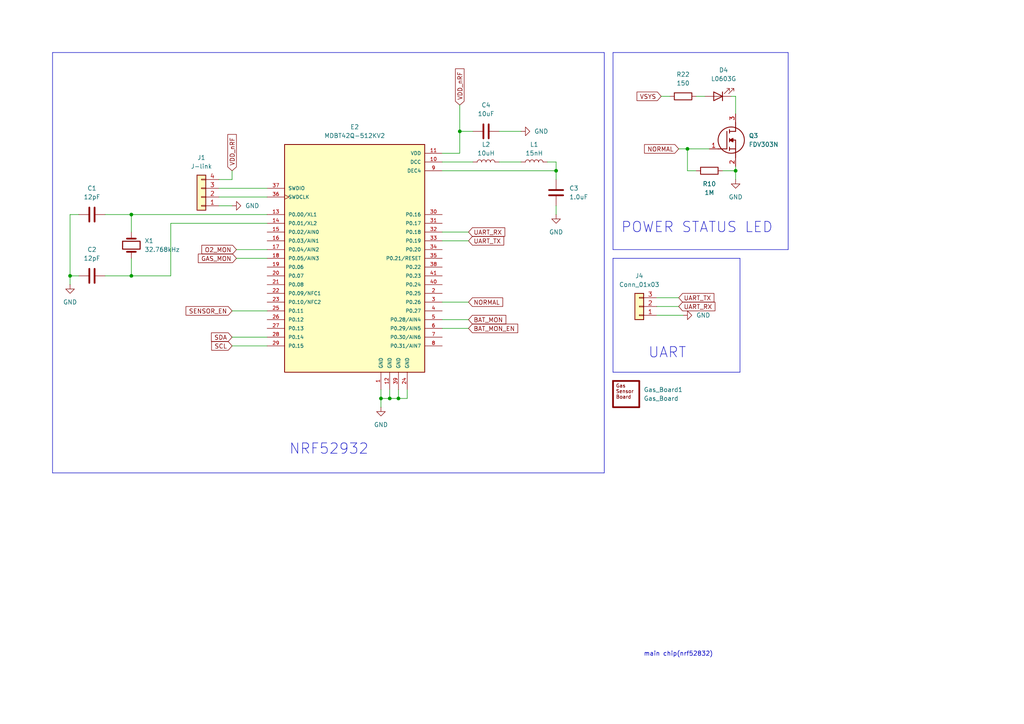
<source format=kicad_sch>
(kicad_sch (version 20231120) (generator "eeschema") (generator_version "8.0")
  (paper "A4")
  (lib_symbols
    (symbol "Connector_Generic:Conn_01x03" (pin_names (offset 1.016) hide)
      (property "Reference" "J" (at 0 5.08 0))
      (property "Value" "Conn_01x03" (at 0 -5.08 0))
      (symbol "Conn_01x03_1_1"
        (rectangle (start -1.27 -2.413) (end 0 -2.667) (stroke (width 0.1524)))
        (rectangle (start -1.27 0.127) (end 0 -0.127) (stroke (width 0.1524)))
        (rectangle (start -1.27 2.667) (end 0 2.413) (stroke (width 0.1524)))
        (rectangle (start -1.27 3.81) (end 1.27 -3.81) (stroke (width 0.254)) (fill (type background)))
        (pin passive line (at -5.08 2.54 0) (length 3.81) (name "Pin_1") (number "1"))
        (pin passive line (at -5.08 0 0) (length 3.81) (name "Pin_2") (number "2"))
        (pin passive line (at -5.08 -2.54 0) (length 3.81) (name "Pin_3") (number "3"))
      )
    )
    (symbol "Connector_Generic:Conn_01x04" (pin_names (offset 1.016) hide)
      (property "Reference" "J" (at 0 5.08 0))
      (property "Value" "Conn_01x04" (at 0 -7.62 0))
      (symbol "Conn_01x04_1_1"
        (rectangle (start -1.27 -4.953) (end 0 -5.207) (stroke (width 0.1524)))
        (rectangle (start -1.27 -2.413) (end 0 -2.667) (stroke (width 0.1524)))
        (rectangle (start -1.27 0.127) (end 0 -0.127) (stroke (width 0.1524)))
        (rectangle (start -1.27 2.667) (end 0 2.413) (stroke (width 0.1524)))
        (rectangle (start -1.27 3.81) (end 1.27 -6.35) (stroke (width 0.254)) (fill (type background)))
        (pin passive line (at -5.08 2.54 0) (length 3.81) (name "Pin_1") (number "1"))
        (pin passive line (at -5.08 0 0) (length 3.81) (name "Pin_2") (number "2"))
        (pin passive line (at -5.08 -2.54 0) (length 3.81) (name "Pin_3") (number "3"))
        (pin passive line (at -5.08 -5.08 0) (length 3.81) (name "Pin_4") (number "4"))
      )
    )
    (symbol "Device:C" (pin_numbers hide) (pin_names (offset 0.254))
      (property "Reference" "C" (at 0.635 2.54 0))
      (property "Value" "C" (at 0.635 -2.54 0))
      (symbol "C_0_1"
        (polyline (pts (xy -2.032 -0.762) (xy 2.032 -0.762)) (stroke (width 0.508)))
        (polyline (pts (xy -2.032 0.762) (xy 2.032 0.762)) (stroke (width 0.508)))
      )
      (symbol "C_1_1"
        (pin passive line (at 0 3.81 270) (length 2.794) (name "~") (number "1"))
        (pin passive line (at 0 -3.81 90) (length 2.794) (name "~") (number "2"))
      )
    )
    (symbol "Device:Crystal" (pin_numbers hide) (pin_names (offset 1.016) hide)
      (property "Reference" "Y" (at 0 3.81 0))
      (property "Value" "Crystal" (at 0 -3.81 0))
      (symbol "Crystal_0_1"
        (rectangle (start -1.143 2.54) (end 1.143 -2.54) (stroke (width 0.3048)))
        (polyline (pts (xy -2.54 0) (xy -1.905 0)))
        (polyline (pts (xy -1.905 -1.27) (xy -1.905 1.27)) (stroke (width 0.508)))
        (polyline (pts (xy 1.905 -1.27) (xy 1.905 1.27)) (stroke (width 0.508)))
        (polyline (pts (xy 2.54 0) (xy 1.905 0)))
      )
      (symbol "Crystal_1_1"
        (pin passive line (at -3.81 0 0) (length 1.27) (name "1") (number "1"))
        (pin passive line (at 3.81 0 180) (length 1.27) (name "2") (number "2"))
      )
    )
    (symbol "Device:L" (pin_numbers hide) (pin_names (offset 1.016) hide)
      (property "Reference" "L" (at -1.27 0 90))
      (property "Value" "L" (at 1.905 0 90))
      (symbol "L_0_1"
        (arc (start 0 -2.54) (mid 0.6323 -1.905) (end 0 -1.27))
        (arc (start 0 -1.27) (mid 0.6323 -0.635) (end 0 0))
        (arc (start 0 0) (mid 0.6323 0.635) (end 0 1.27))
        (arc (start 0 1.27) (mid 0.6323 1.905) (end 0 2.54))
      )
      (symbol "L_1_1"
        (pin passive line (at 0 3.81 270) (length 1.27) (name "1") (number "1"))
        (pin passive line (at 0 -3.81 90) (length 1.27) (name "2") (number "2"))
      )
    )
    (symbol "Device:LED" (pin_numbers hide) (pin_names (offset 1.016) hide)
      (property "Reference" "D" (at 0 2.54 0))
      (property "Value" "LED" (at 0 -2.54 0))
      (symbol "LED_0_1"
        (polyline (pts (xy -1.27 -1.27) (xy -1.27 1.27)) (stroke (width 0.254)))
        (polyline (pts (xy -1.27 0) (xy 1.27 0)))
        (polyline (pts (xy 1.27 -1.27) (xy 1.27 1.27) (xy -1.27 0) (xy 1.27 -1.27)) (stroke (width 0.254)))
        (polyline (pts (xy -3.048 -0.762) (xy -4.572 -2.286) (xy -3.81 -2.286) (xy -4.572 -2.286) (xy -4.572 -1.524)))
        (polyline (pts (xy -1.778 -0.762) (xy -3.302 -2.286) (xy -2.54 -2.286) (xy -3.302 -2.286) (xy -3.302 -1.524)))
      )
      (symbol "LED_1_1"
        (pin passive line (at -3.81 0 0) (length 2.54) (name "K") (number "1"))
        (pin passive line (at 3.81 0 180) (length 2.54) (name "A") (number "2"))
      )
    )
    (symbol "Device:R" (pin_numbers hide) (pin_names (offset 0))
      (property "Reference" "R" (at 2.032 0 90))
      (property "Value" "R" (at 0 0 90))
      (symbol "R_0_1"
        (rectangle (start -1.016 -2.54) (end 1.016 2.54) (stroke (width 0.254)))
      )
      (symbol "R_1_1"
        (pin passive line (at 0 3.81 270) (length 1.27) (name "~") (number "1"))
        (pin passive line (at 0 -3.81 90) (length 1.27) (name "~") (number "2"))
      )
    )
    (symbol "FDV303N:FDV303N" (pin_names hide)
      (property "Reference" "Q" (at 11.43 3.81 0))
      (property "Value" "FDV303N" (at 11.43 1.27 0))
      (symbol "FDV303N_1_1"
        (polyline (pts (xy 2.54 0) (xy 5.08 0)) (stroke (width 0.254)))
        (polyline (pts (xy 5.08 5.08) (xy 5.08 0)) (stroke (width 0.254)))
        (polyline (pts (xy 5.842 -0.508) (xy 5.842 0.508)) (stroke (width 0.254)))
        (polyline (pts (xy 5.842 0) (xy 7.62 0)) (stroke (width 0.254)))
        (polyline (pts (xy 5.842 2.032) (xy 5.842 3.048)) (stroke (width 0.254)))
        (polyline (pts (xy 5.842 5.588) (xy 5.842 4.572)) (stroke (width 0.254)))
        (polyline (pts (xy 7.62 2.54) (xy 5.842 2.54)) (stroke (width 0.254)))
        (polyline (pts (xy 7.62 2.54) (xy 7.62 -2.54)) (stroke (width 0.254)))
        (polyline (pts (xy 7.62 5.08) (xy 5.842 5.08)) (stroke (width 0.254)))
        (polyline (pts (xy 7.62 5.08) (xy 7.62 7.62)) (stroke (width 0.254)))
        (polyline (pts (xy 5.842 2.54) (xy 6.858 3.048) (xy 6.858 2.032) (xy 5.842 2.54)) (stroke (width 0.254)) (fill (type outline)))
        (circle (center 6.35 2.54) (radius 3.81) (stroke (width 0.254)))
        (pin passive line (at 0 0 0) (length 2.54) (name "G") (number "1"))
        (pin passive line (at 7.62 -5.08 90) (length 2.54) (name "S") (number "2"))
        (pin passive line (at 7.62 10.16 270) (length 2.54) (name "D") (number "3"))
      )
    )
    (symbol "GND_1" (power) (pin_numbers hide) (pin_names (offset 0) hide)
      (property "Value" "GND" (at 0 -3.81 0))
      (symbol "GND_1_0_1"
        (polyline (pts (xy 0 0) (xy 0 -1.27) (xy 1.27 -1.27) (xy 0 -2.54) (xy -1.27 -1.27) (xy 0 -1.27)))
      )
      (symbol "GND_1_1_1"
        (pin power_in line (at 0 0 270) (length 0) (name "~") (number "1"))
      )
    )
    (symbol "MDBT42Q-512KV2:MDBT42Q-512KV2" (pin_names (offset 1.016))
      (property "Reference" "E" (at -20.32 34.29 0))
      (property "Value" "MDBT42Q-512KV2" (at -20.32 -35.56 0))
      (symbol "MDBT42Q-512KV2_0_0"
        (rectangle (start -20.32 -33.02) (end 20.32 33.02) (stroke (width 0.254)) (fill (type background)))
        (pin power_in line (at 7.62 -38.1 90) (length 5.08) (name "GND") (number "1"))
        (pin power_in line (at 25.4 27.94 180) (length 5.08) (name "DCC") (number "10"))
        (pin power_in line (at 25.4 30.48 180) (length 5.08) (name "VDD") (number "11"))
        (pin power_in line (at 10.16 -38.1 90) (length 5.08) (name "GND") (number "12"))
        (pin bidirectional line (at -25.4 12.7 0) (length 5.08) (name "P0.00/XL1") (number "13"))
        (pin bidirectional line (at -25.4 10.16 0) (length 5.08) (name "P0.01/XL2") (number "14"))
        (pin bidirectional line (at -25.4 -2.54 0) (length 5.08) (name "P0.06") (number "19"))
        (pin bidirectional line (at 25.4 -10.16 180) (length 5.08) (name "P0.25") (number "2"))
        (pin bidirectional line (at -25.4 -5.08 0) (length 5.08) (name "P0.07") (number "20"))
        (pin bidirectional line (at -25.4 -7.62 0) (length 5.08) (name "P0.08") (number "21"))
        (pin power_in line (at 15.24 -38.1 90) (length 5.08) (name "GND") (number "24"))
        (pin bidirectional line (at -25.4 -15.24 0) (length 5.08) (name "P0.11") (number "25"))
        (pin bidirectional line (at -25.4 -17.78 0) (length 5.08) (name "P0.12") (number "26"))
        (pin bidirectional line (at -25.4 -20.32 0) (length 5.08) (name "P0.13") (number "27"))
        (pin bidirectional line (at -25.4 -22.86 0) (length 5.08) (name "P0.14") (number "28"))
        (pin bidirectional line (at -25.4 -25.4 0) (length 5.08) (name "P0.15") (number "29"))
        (pin bidirectional line (at 25.4 -12.7 180) (length 5.08) (name "P0.26") (number "3"))
        (pin bidirectional line (at 25.4 12.7 180) (length 5.08) (name "P0.16") (number "30"))
        (pin bidirectional line (at 25.4 10.16 180) (length 5.08) (name "P0.17") (number "31"))
        (pin bidirectional line (at 25.4 7.62 180) (length 5.08) (name "P0.18") (number "32"))
        (pin bidirectional line (at 25.4 5.08 180) (length 5.08) (name "P0.19") (number "33"))
        (pin bidirectional line (at 25.4 2.54 180) (length 5.08) (name "P0.20") (number "34"))
        (pin bidirectional line (at 25.4 0 180) (length 5.08) (name "P0.21/RESET") (number "35"))
        (pin input clock (at -25.4 17.78 0) (length 5.08) (name "SWDCLK") (number "36"))
        (pin bidirectional line (at -25.4 20.32 0) (length 5.08) (name "SWDIO") (number "37"))
        (pin bidirectional line (at 25.4 -2.54 180) (length 5.08) (name "P0.22") (number "38"))
        (pin power_in line (at 12.7 -38.1 90) (length 5.08) (name "GND") (number "39"))
        (pin bidirectional line (at 25.4 -15.24 180) (length 5.08) (name "P0.27") (number "4"))
        (pin bidirectional line (at 25.4 -7.62 180) (length 5.08) (name "P0.24") (number "40"))
        (pin bidirectional line (at 25.4 -5.08 180) (length 5.08) (name "P0.23") (number "41"))
        (pin power_in line (at 25.4 25.4 180) (length 5.08) (name "DEC4") (number "9"))
      )
      (symbol "MDBT42Q-512KV2_1_0"
        (pin bidirectional line (at -25.4 7.62 0) (length 5.08) (name "P0.02/AIN0") (number "15"))
        (pin bidirectional line (at -25.4 5.08 0) (length 5.08) (name "P0.03/AIN1") (number "16"))
        (pin bidirectional line (at -25.4 2.54 0) (length 5.08) (name "P0.04/AIN2") (number "17"))
        (pin bidirectional line (at -25.4 0 0) (length 5.08) (name "P0.05/AIN3") (number "18"))
        (pin bidirectional line (at -25.4 -10.16 0) (length 5.08) (name "P0.09/NFC1") (number "22"))
        (pin bidirectional line (at -25.4 -12.7 0) (length 5.08) (name "P0.10/NFC2") (number "23"))
        (pin bidirectional line (at 25.4 -17.78 180) (length 5.08) (name "P0.28/AIN4") (number "5"))
        (pin bidirectional line (at 25.4 -20.32 180) (length 5.08) (name "P0.29/AIN5") (number "6"))
        (pin bidirectional line (at 25.4 -22.86 180) (length 5.08) (name "P0.30/AIN6") (number "7"))
        (pin bidirectional line (at 25.4 -25.4 180) (length 5.08) (name "P0.31/AIN7") (number "8"))
      )
    )
    (symbol "gas_board:Gas_Board"
      (property "Reference" "Gas_Board1" (at 5.08 2.54 0))
      (property "Value" "Gas_Board" (at 5.08 0 0))
      (symbol "Gas_Board_0_0"
        (text_box "Gas Sensor Board" (at -3.81 5.08 0) (size 7.62 -7.62) (stroke (width 0.5)) (effects (font (size 1 1)) (justify left top)))
      )
    )
  )
  (junction (at 199.39 43.18))
  (junction (at 38.1 62.23))
  (junction (at 161.29 49.53))
  (junction (at 20.32 80.01))
  (junction (at 213.36 49.53))
  (junction (at 133.35 38.1))
  (junction (at 115.57 115.57))
  (junction (at 113.03 115.57))
  (junction (at 110.49 115.57))
  (junction (at 38.1 80.01))
  (wire (pts (xy 110.49 115.57) (xy 113.03 115.57)))
  (wire (pts (xy 68.58 72.39) (xy 77.47 72.39)))
  (wire (pts (xy 128.27 67.31) (xy 135.89 67.31)))
  (wire (pts (xy 22.86 80.01) (xy 20.32 80.01)) (stroke (width 0.1524)))
  (wire (pts (xy 38.1 62.23) (xy 77.47 62.23)) (stroke (width 0.1524)))
  (wire (pts (xy 190.5 91.44) (xy 198.12 91.44)))
  (polyline (pts (xy 15.24 137.16) (xy 175.26 137.16)))
  (wire (pts (xy 49.53 64.77) (xy 77.47 64.77)) (stroke (width 0.1524)))
  (polyline (pts (xy 228.6 72.39) (xy 228.6 15.24)))
  (polyline (pts (xy 228.6 15.24) (xy 177.8 15.24)))
  (wire (pts (xy 38.1 80.01) (xy 38.1 74.93)) (stroke (width 0.1524)))
  (wire (pts (xy 190.5 88.9) (xy 196.85 88.9)))
  (wire (pts (xy 213.36 27.94) (xy 213.36 33.02)))
  (polyline (pts (xy 15.24 15.24) (xy 15.24 137.16)))
  (wire (pts (xy 63.5 59.69) (xy 67.31 59.69)))
  (wire (pts (xy 63.5 57.15) (xy 77.47 57.15)))
  (wire (pts (xy 110.49 113.03) (xy 110.49 115.57)))
  (wire (pts (xy 128.27 69.85) (xy 135.89 69.85)))
  (wire (pts (xy 158.75 46.99) (xy 161.29 46.99)))
  (wire (pts (xy 199.39 43.18) (xy 205.74 43.18)))
  (wire (pts (xy 118.11 115.57) (xy 115.57 115.57)))
  (wire (pts (xy 128.27 49.53) (xy 161.29 49.53)))
  (wire (pts (xy 190.5 86.36) (xy 196.85 86.36)))
  (wire (pts (xy 161.29 59.69) (xy 161.29 62.23)) (stroke (width 0.1524)))
  (wire (pts (xy 161.29 46.99) (xy 161.29 49.53)))
  (wire (pts (xy 212.09 27.94) (xy 213.36 27.94)))
  (wire (pts (xy 118.11 113.03) (xy 118.11 115.57)))
  (wire (pts (xy 128.27 44.45) (xy 133.35 44.45)))
  (polyline (pts (xy 177.8 15.24) (xy 177.8 72.39)))
  (wire (pts (xy 128.27 95.25) (xy 135.89 95.25)))
  (wire (pts (xy 30.48 62.23) (xy 38.1 62.23)) (stroke (width 0.1524)))
  (wire (pts (xy 68.58 74.93) (xy 77.47 74.93)))
  (wire (pts (xy 201.93 49.53) (xy 199.39 49.53)))
  (wire (pts (xy 67.31 52.07) (xy 63.5 52.07)))
  (wire (pts (xy 49.53 80.01) (xy 49.53 64.77)) (stroke (width 0.1524)))
  (polyline (pts (xy 177.8 107.95) (xy 214.63 107.95)))
  (wire (pts (xy 199.39 49.53) (xy 199.39 43.18)))
  (wire (pts (xy 20.32 80.01) (xy 20.32 62.23)) (stroke (width 0.1524)))
  (wire (pts (xy 115.57 113.03) (xy 115.57 115.57)))
  (wire (pts (xy 128.27 46.99) (xy 137.16 46.99)))
  (wire (pts (xy 209.55 49.53) (xy 213.36 49.53)))
  (wire (pts (xy 133.35 30.48) (xy 133.35 38.1)))
  (wire (pts (xy 213.36 49.53) (xy 213.36 52.07)))
  (polyline (pts (xy 177.8 72.39) (xy 228.6 72.39)))
  (wire (pts (xy 128.27 87.63) (xy 135.89 87.63)))
  (wire (pts (xy 196.85 43.18) (xy 199.39 43.18)))
  (wire (pts (xy 113.03 113.03) (xy 113.03 115.57)))
  (wire (pts (xy 63.5 54.61) (xy 77.47 54.61)))
  (wire (pts (xy 30.48 80.01) (xy 38.1 80.01)) (stroke (width 0.1524)))
  (wire (pts (xy 38.1 80.01) (xy 49.53 80.01)) (stroke (width 0.1524)))
  (wire (pts (xy 67.31 49.53) (xy 67.31 52.07)))
  (wire (pts (xy 113.03 115.57) (xy 115.57 115.57)))
  (polyline (pts (xy 15.24 15.24) (xy 175.26 15.24)))
  (wire (pts (xy 67.31 100.33) (xy 77.47 100.33)))
  (wire (pts (xy 20.32 62.23) (xy 22.86 62.23)) (stroke (width 0.1524)))
  (wire (pts (xy 161.29 49.53) (xy 161.29 52.07)))
  (wire (pts (xy 20.32 82.55) (xy 20.32 80.01)) (stroke (width 0.1524)))
  (polyline (pts (xy 175.26 15.24) (xy 175.26 137.16)))
  (wire (pts (xy 67.31 97.79) (xy 77.47 97.79)))
  (polyline (pts (xy 177.8 74.93) (xy 177.8 107.95)))
  (wire (pts (xy 38.1 62.23) (xy 38.1 67.31)) (stroke (width 0.1524)))
  (wire (pts (xy 144.78 46.99) (xy 151.13 46.99)))
  (wire (pts (xy 110.49 115.57) (xy 110.49 118.11)))
  (wire (pts (xy 213.36 48.26) (xy 213.36 49.53)))
  (wire (pts (xy 128.27 92.71) (xy 135.89 92.71)))
  (polyline (pts (xy 214.63 74.93) (xy 177.8 74.93)))
  (wire (pts (xy 67.31 90.17) (xy 77.47 90.17)))
  (wire (pts (xy 191.77 27.94) (xy 194.31 27.94)))
  (wire (pts (xy 133.35 38.1) (xy 137.16 38.1)))
  (polyline (pts (xy 214.63 107.95) (xy 214.63 74.93)))
  (wire (pts (xy 201.93 27.94) (xy 204.47 27.94)))
  (wire (pts (xy 133.35 38.1) (xy 133.35 44.45)))
  (wire (pts (xy 144.78 38.1) (xy 151.13 38.1)))
  (text "main chip(nrf52832)" (at 186.69 190.5 0) (effects (font (size 1.27 1.27)) (justify left bottom)))
  (text "NRF52932" (at 83.82 132.08 0) (effects (font (size 2.9972 2.9972)) (justify left bottom)))
  (text "UART" (at 187.96 104.14 0) (effects (font (size 2.9972 2.9972)) (justify left bottom)))
  (text "POWER STATUS LED" (at 180.086 67.818 0) (effects (font (size 2.9972 2.9972)) (justify left bottom)))
  (global_label "SCL" (shape input) (at 67.31 100.33 180) (property "Intersheetrefs" "${INTERSHEET_REFS}" (effects (hide yes))))
  (global_label "VSYS" (shape input) (at 191.77 27.94 180) (property "Intersheetrefs" "${INTERSHEET_REFS}" (effects (hide yes))))
  (global_label "UART_RX" (shape input) (at 135.89 67.31 0) (property "Intersheetrefs" "${INTERSHEET_REFS}" (effects (hide yes))))
  (global_label "UART_RX" (shape input) (at 196.85 88.9 0) (property "Intersheetrefs" "${INTERSHEET_REFS}" (effects (hide yes))))
  (global_label "SENSOR_EN" (shape input) (at 67.31 90.17 180) (property "Intersheetrefs" "${INTERSHEET_REFS}" (effects (hide yes))))
  (global_label "BAT_MON_EN" (shape input) (at 135.89 95.25 0) (property "Intersheetrefs" "${INTERSHEET_REFS}" (effects (hide yes))))
  (global_label "UART_TX" (shape input) (at 196.85 86.36 0) (property "Intersheetrefs" "${INTERSHEET_REFS}" (effects (hide yes))))
  (global_label "O2_MON" (shape input) (at 68.58 72.39 180) (property "Intersheetrefs" "${INTERSHEET_REFS}" (effects (hide yes))))
  (global_label "UART_TX" (shape input) (at 135.89 69.85 0) (property "Intersheetrefs" "${INTERSHEET_REFS}" (effects (hide yes))))
  (global_label "SDA" (shape input) (at 67.31 97.79 180) (property "Intersheetrefs" "${INTERSHEET_REFS}" (effects (hide yes))))
  (global_label "VDD_nRF" (shape input) (at 67.31 49.53 90) (property "Intersheetrefs" "${INTERSHEET_REFS}" (effects (hide yes))))
  (global_label "GAS_MON" (shape input) (at 68.58 74.93 180) (property "Intersheetrefs" "${INTERSHEET_REFS}" (effects (hide yes))))
  (global_label "VDD_nRF" (shape input) (at 133.35 30.48 90) (property "Intersheetrefs" "${INTERSHEET_REFS}" (effects (hide yes))))
  (global_label "BAT_MON" (shape input) (at 135.89 92.71 0) (property "Intersheetrefs" "${INTERSHEET_REFS}" (effects (hide yes))))
  (global_label "NORMAL" (shape input) (at 135.89 87.63 0) (property "Intersheetrefs" "${INTERSHEET_REFS}" (effects (hide yes))))
  (global_label "NORMAL" (shape input) (at 196.85 43.18 180) (property "Intersheetrefs" "${INTERSHEET_REFS}" (effects (hide yes))))
  (symbol (lib_name "GND_1") (lib_id "power:GND") (at 20.32 82.55 0) (unit 1)
    (property "Reference" "#PWR08" (effects (hide yes)))
    (property "Value" "GND" (at 20.32 87.63 0))
    (property "Description" "Power symbol creates a global label with name \"GND\" , ground" (effects (hide yes)))
  )
  (symbol (lib_name "GND_1") (lib_id "power:GND") (at 213.36 52.07 0) (unit 1)
    (property "Reference" "#PWR027" (effects (hide yes)))
    (property "Value" "GND" (at 213.36 57.15 0))
    (property "Description" "Power symbol creates a global label with name \"GND\" , ground" (effects (hide yes)))
  )
  (symbol (lib_id "Device:R") (at 205.74 49.53 270) (unit 1)
    (property "Reference" "R10" (at 205.74 53.34 90))
    (property "Value" "1M" (at 205.74 55.88 90))
    (property "Footprint" "Resistor_SMD:R_0402_1005Metric" (effects (hide yes)))
  )
  (symbol (lib_id "Device:LED") (at 208.28 27.94 180) (unit 1)
    (property "Reference" "D4" (at 209.8675 20.32 0))
    (property "Value" "L0603G" (at 209.8675 22.86 0))
    (property "Footprint" "LED_SMD:LED_0603_1608Metric" (effects (hide yes)))
  )
  (symbol (lib_id "Device:C") (at 161.29 55.88 0) (unit 1)
    (property "Reference" "C3" (at 165.1 54.61 0) (effects (justify left)))
    (property "Value" "1.0uF" (at 165.1 57.15 0) (effects (justify left)))
    (property "Footprint" "Capacitor_SMD:C_0402_1005Metric" (effects (hide yes)))
  )
  (symbol (lib_id "gas_board:Gas_Board") (at 181.61 115.57 0) (unit 1)
    (property "Reference" "Gas_Board1" (at 186.69 113.0299 0) (effects (justify left)))
    (property "Value" "Gas_Board" (at 186.69 115.5699 0) (effects (justify left)))
    (property "Footprint" "HHS:gas_nordic_edge" (effects (hide yes)))
  )
  (symbol (lib_name "GND_1") (lib_id "power:GND") (at 67.31 59.69 90) (unit 1)
    (property "Reference" "#PWR03" (effects (hide yes)))
    (property "Value" "GND" (at 71.12 59.6899 90) (effects (justify right)))
    (property "Description" "Power symbol creates a global label with name \"GND\" , ground" (effects (hide yes)))
  )
  (symbol (lib_id "Connector_Generic:Conn_01x03") (at 185.42 88.9 180) (unit 1) (in_bom no)
    (property "Reference" "J4" (at 185.42 80.01 0))
    (property "Value" "Conn_01x03" (at 185.42 82.55 0))
    (property "Footprint" "Connector_PinHeader_2.54mm:PinHeader_1x03_P2.54mm_Vertical" (effects (hide yes)))
  )
  (symbol (lib_id "Connector_Generic:Conn_01x04") (at 58.42 57.15 180) (unit 1) (in_bom no)
    (property "Reference" "J1" (at 58.42 45.72 0))
    (property "Value" "J-link" (at 58.42 48.26 0))
    (property "Footprint" "Connector_PinHeader_2.54mm:PinHeader_1x04_P2.54mm_Vertical" (effects (hide yes)))
  )
  (symbol (lib_id "Device:R") (at 198.12 27.94 270) (unit 1)
    (property "Reference" "R22" (at 198.12 21.59 90))
    (property "Value" "150" (at 198.12 24.13 90))
    (property "Footprint" "Resistor_SMD:R_0402_1005Metric" (effects (hide yes)))
  )
  (symbol (lib_id "MDBT42Q-512KV2:MDBT42Q-512KV2") (at 102.87 74.93 0) (unit 1)
    (property "Reference" "E2" (at 102.87 36.83 0))
    (property "Value" "MDBT42Q-512KV2" (at 102.87 39.37 0))
    (property "Footprint" "MDBT42Q-512KV2:RAYTAC_MDBT42Q-512KV2" (effects (hide yes)))
    (property "Description" "\n802.15.4, Bluetooth Bluetooth v5.2, Zigbee® Transceiver Module 2.36GHz ~ 2.5GHz Integrated, Chip Surface Mount\n" (effects (hide yes)))
    (property "MF" "Raytac Corporation" (effects (hide yes)))
    (property "MAXIMUM_PACKAGE_HEIGHT" "2.2mm" (effects (hide yes)))
    (property "Package" "SMD-41 Raytac Corporation" (effects (hide yes)))
    (property "Price" "None" (effects (hide yes)))
    (property "Check_prices" "https://www.snapeda.com/parts/MDBT42Q-512KV2/Raytac+Corporation/view-part/?ref=eda" (effects (hide yes)))
    (property "STANDARD" "Manufacturer Recommendations" (effects (hide yes)))
    (property "PARTREV" "J" (effects (hide yes)))
    (property "SnapEDA_Link" "https://www.snapeda.com/parts/MDBT42Q-512KV2/Raytac+Corporation/view-part/?ref=snap" (effects (hide yes)))
    (property "MP" "MDBT42Q-512KV2" (effects (hide yes)))
    (property "Purchase-URL" "https://www.snapeda.com/api/url_track_click_mouser/?unipart_id=4480588&manufacturer=Raytac Corporation&part_name=MDBT42Q-512KV2&search_term=mdbt42" (effects (hide yes)))
    (property "Availability" "In Stock" (effects (hide yes)))
    (property "MANUFACTURER" "Raytac" (effects (hide yes)))
  )
  (symbol (lib_name "GND_1") (lib_id "power:GND") (at 110.49 118.11 0) (unit 1)
    (property "Reference" "#PWR02" (effects (hide yes)))
    (property "Value" "GND" (at 110.49 123.19 0))
    (property "Description" "Power symbol creates a global label with name \"GND\" , ground" (effects (hide yes)))
  )
  (symbol (lib_name "GND_1") (lib_id "power:GND") (at 198.12 91.44 90) (unit 1)
    (property "Reference" "#PWR04" (effects (hide yes)))
    (property "Value" "GND" (at 201.93 91.4399 90) (effects (justify right)))
    (property "Description" "Power symbol creates a global label with name \"GND\" , ground" (effects (hide yes)))
  )
  (symbol (lib_id "Device:L") (at 140.97 46.99 90) (unit 1)
    (property "Reference" "L2" (at 140.97 41.91 90))
    (property "Value" "10uH" (at 140.97 44.45 90))
    (property "Footprint" "Inductor_SMD:L_0603_1608Metric" (effects (hide yes)))
  )
  (symbol (lib_id "Device:L") (at 154.94 46.99 90) (unit 1)
    (property "Reference" "L1" (at 154.94 41.91 90))
    (property "Value" "15nH" (at 154.94 44.45 90))
    (property "Footprint" "Inductor_SMD:L_0402_1005Metric" (effects (hide yes)))
  )
  (symbol (lib_name "GND_1") (lib_id "power:GND") (at 151.13 38.1 90) (unit 1)
    (property "Reference" "#PWR05" (effects (hide yes)))
    (property "Value" "GND" (at 154.94 38.0999 90) (effects (justify right)))
    (property "Description" "Power symbol creates a global label with name \"GND\" , ground" (effects (hide yes)))
  )
  (symbol (lib_id "Device:C") (at 26.67 62.23 90) (unit 1)
    (property "Reference" "C1" (at 26.67 54.61 90))
    (property "Value" "12pF" (at 26.67 57.15 90))
    (property "Footprint" "Capacitor_SMD:C_0402_1005Metric" (effects (hide yes)))
  )
  (symbol (lib_id "FDV303N:FDV303N") (at 205.74 43.18 0) (unit 1)
    (property "Reference" "Q3" (at 217.17 39.3699 0) (effects (justify left)))
    (property "Value" "FDV303N" (at 217.17 41.9099 0) (effects (justify left)))
    (property "Footprint" "FDV303N:SOT96P237X111-3N" (effects (hide yes)))
    (property "Datasheet" "https://www.onsemi.com/pub/Collateral/FDV303N-D.PDF" (effects (hide yes)))
    (property "Description" "FDV303N N-Channel MOSFET, 680 mA, 25 V, 3-Pin SOT-23 ON Semiconductor" (effects (hide yes)))
    (property "Height" "1.11" (effects (hide yes)))
    (property "Manufacturer_Name" "onsemi" (effects (hide yes)))
    (property "Manufacturer_Part_Number" "FDV303N" (effects (hide yes)))
    (property "Mouser Part Number" "512-FDV303N" (effects (hide yes)))
    (property "Mouser Price/Stock" "https://www.mouser.co.uk/ProductDetail/onsemi-Fairchild/FDV303N?qs=FOlmdCx%252BAA1IyXspysHTkA%3D%3D" (effects (hide yes)))
    (property "Arrow Part Number" "FDV303N" (effects (hide yes)))
    (property "Arrow Price/Stock" "https://www.arrow.com/en/products/fdv303n/on-semiconductor?region=nac" (effects (hide yes)))
  )
  (symbol (lib_id "Device:C") (at 26.67 80.01 90) (unit 1)
    (property "Reference" "C2" (at 26.67 72.39 90))
    (property "Value" "12pF" (at 26.67 74.93 90))
    (property "Footprint" "Capacitor_SMD:C_0402_1005Metric" (effects (hide yes)))
  )
  (symbol (lib_id "Device:Crystal") (at 38.1 71.12 270) (unit 1)
    (property "Reference" "X1" (at 41.91 69.85 90) (effects (justify left)))
    (property "Value" "32.768kHz" (at 41.91 72.39 90) (effects (justify left)))
    (property "Footprint" "Crystal:Crystal_SMD_3215-2Pin_3.2x1.5mm" (effects (hide yes)))
  )
  (symbol (lib_name "GND_1") (lib_id "power:GND") (at 161.29 62.23 0) (unit 1)
    (property "Reference" "#PWR022" (effects (hide yes)))
    (property "Value" "GND" (at 161.29 67.31 0))
    (property "Description" "Power symbol creates a global label with name \"GND\" , ground" (effects (hide yes)))
  )
  (symbol (lib_id "Device:C") (at 140.97 38.1 90) (unit 1)
    (property "Reference" "C4" (at 140.97 30.48 90))
    (property "Value" "10uF" (at 140.97 33.02 90))
    (property "Footprint" "Capacitor_SMD:C_0402_1005Metric" (effects (hide yes)))
  )
)
</source>
